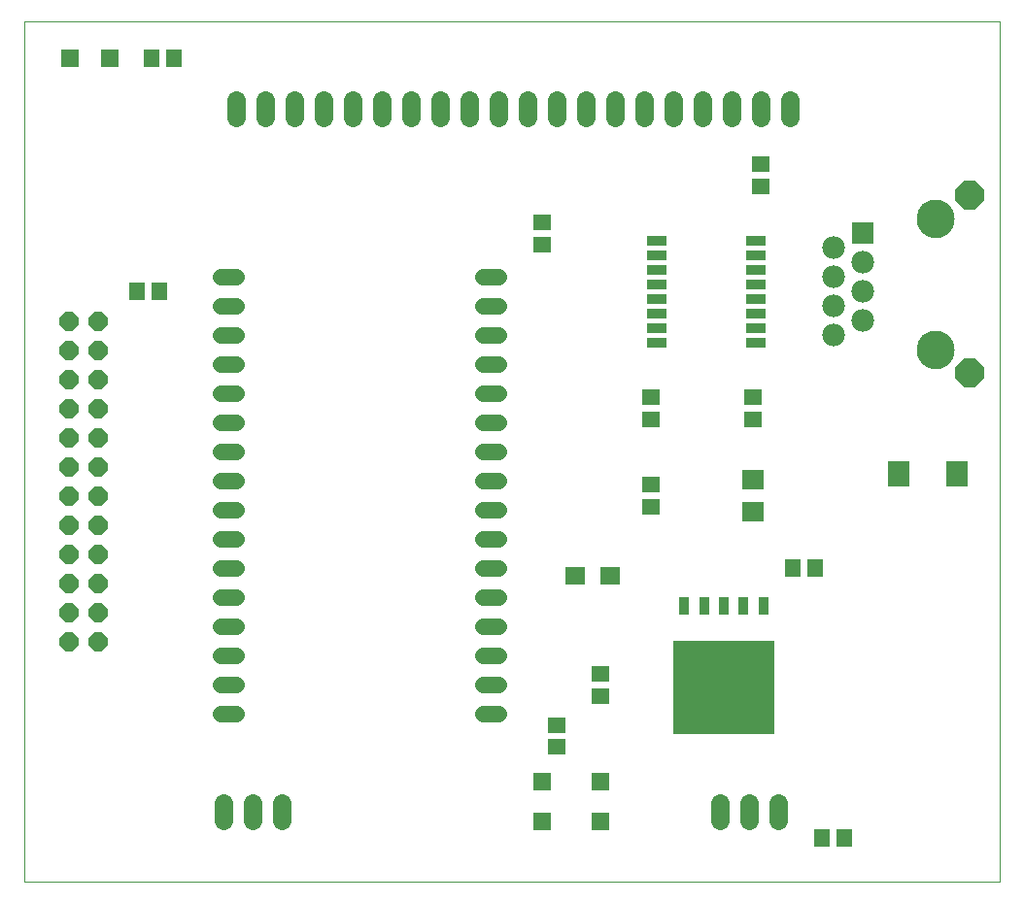
<source format=gts>
G75*
%MOIN*%
%OFA0B0*%
%FSLAX25Y25*%
%IPPOS*%
%LPD*%
%AMOC8*
5,1,8,0,0,1.08239X$1,22.5*
%
%ADD10C,0.00000*%
%ADD11OC8,0.06400*%
%ADD12C,0.06400*%
%ADD13R,0.07487X0.09061*%
%ADD14C,0.07800*%
%ADD15R,0.07800X0.07800*%
%ADD16C,0.12998*%
%ADD17OC8,0.09849*%
%ADD18R,0.06975X0.03392*%
%ADD19R,0.06306X0.05518*%
%ADD20R,0.07487X0.06699*%
%ADD21C,0.05550*%
%ADD22R,0.03353X0.06306*%
%ADD23R,0.35046X0.31896*%
%ADD24R,0.06699X0.05912*%
%ADD25R,0.05518X0.06306*%
%ADD26R,0.06306X0.06306*%
D10*
X0021800Y0006800D02*
X0021800Y0302076D01*
X0356446Y0302076D01*
X0356446Y0006800D01*
X0021800Y0006800D01*
X0328001Y0189300D02*
X0328003Y0189458D01*
X0328009Y0189616D01*
X0328019Y0189774D01*
X0328033Y0189932D01*
X0328051Y0190089D01*
X0328072Y0190246D01*
X0328098Y0190402D01*
X0328128Y0190558D01*
X0328161Y0190713D01*
X0328199Y0190866D01*
X0328240Y0191019D01*
X0328285Y0191171D01*
X0328334Y0191322D01*
X0328387Y0191471D01*
X0328443Y0191619D01*
X0328503Y0191765D01*
X0328567Y0191910D01*
X0328635Y0192053D01*
X0328706Y0192195D01*
X0328780Y0192335D01*
X0328858Y0192472D01*
X0328940Y0192608D01*
X0329024Y0192742D01*
X0329113Y0192873D01*
X0329204Y0193002D01*
X0329299Y0193129D01*
X0329396Y0193254D01*
X0329497Y0193376D01*
X0329601Y0193495D01*
X0329708Y0193612D01*
X0329818Y0193726D01*
X0329931Y0193837D01*
X0330046Y0193946D01*
X0330164Y0194051D01*
X0330285Y0194153D01*
X0330408Y0194253D01*
X0330534Y0194349D01*
X0330662Y0194442D01*
X0330792Y0194532D01*
X0330925Y0194618D01*
X0331060Y0194702D01*
X0331196Y0194781D01*
X0331335Y0194858D01*
X0331476Y0194930D01*
X0331618Y0195000D01*
X0331762Y0195065D01*
X0331908Y0195127D01*
X0332055Y0195185D01*
X0332204Y0195240D01*
X0332354Y0195291D01*
X0332505Y0195338D01*
X0332657Y0195381D01*
X0332810Y0195420D01*
X0332965Y0195456D01*
X0333120Y0195487D01*
X0333276Y0195515D01*
X0333432Y0195539D01*
X0333589Y0195559D01*
X0333747Y0195575D01*
X0333904Y0195587D01*
X0334063Y0195595D01*
X0334221Y0195599D01*
X0334379Y0195599D01*
X0334537Y0195595D01*
X0334696Y0195587D01*
X0334853Y0195575D01*
X0335011Y0195559D01*
X0335168Y0195539D01*
X0335324Y0195515D01*
X0335480Y0195487D01*
X0335635Y0195456D01*
X0335790Y0195420D01*
X0335943Y0195381D01*
X0336095Y0195338D01*
X0336246Y0195291D01*
X0336396Y0195240D01*
X0336545Y0195185D01*
X0336692Y0195127D01*
X0336838Y0195065D01*
X0336982Y0195000D01*
X0337124Y0194930D01*
X0337265Y0194858D01*
X0337404Y0194781D01*
X0337540Y0194702D01*
X0337675Y0194618D01*
X0337808Y0194532D01*
X0337938Y0194442D01*
X0338066Y0194349D01*
X0338192Y0194253D01*
X0338315Y0194153D01*
X0338436Y0194051D01*
X0338554Y0193946D01*
X0338669Y0193837D01*
X0338782Y0193726D01*
X0338892Y0193612D01*
X0338999Y0193495D01*
X0339103Y0193376D01*
X0339204Y0193254D01*
X0339301Y0193129D01*
X0339396Y0193002D01*
X0339487Y0192873D01*
X0339576Y0192742D01*
X0339660Y0192608D01*
X0339742Y0192472D01*
X0339820Y0192335D01*
X0339894Y0192195D01*
X0339965Y0192053D01*
X0340033Y0191910D01*
X0340097Y0191765D01*
X0340157Y0191619D01*
X0340213Y0191471D01*
X0340266Y0191322D01*
X0340315Y0191171D01*
X0340360Y0191019D01*
X0340401Y0190866D01*
X0340439Y0190713D01*
X0340472Y0190558D01*
X0340502Y0190402D01*
X0340528Y0190246D01*
X0340549Y0190089D01*
X0340567Y0189932D01*
X0340581Y0189774D01*
X0340591Y0189616D01*
X0340597Y0189458D01*
X0340599Y0189300D01*
X0340597Y0189142D01*
X0340591Y0188984D01*
X0340581Y0188826D01*
X0340567Y0188668D01*
X0340549Y0188511D01*
X0340528Y0188354D01*
X0340502Y0188198D01*
X0340472Y0188042D01*
X0340439Y0187887D01*
X0340401Y0187734D01*
X0340360Y0187581D01*
X0340315Y0187429D01*
X0340266Y0187278D01*
X0340213Y0187129D01*
X0340157Y0186981D01*
X0340097Y0186835D01*
X0340033Y0186690D01*
X0339965Y0186547D01*
X0339894Y0186405D01*
X0339820Y0186265D01*
X0339742Y0186128D01*
X0339660Y0185992D01*
X0339576Y0185858D01*
X0339487Y0185727D01*
X0339396Y0185598D01*
X0339301Y0185471D01*
X0339204Y0185346D01*
X0339103Y0185224D01*
X0338999Y0185105D01*
X0338892Y0184988D01*
X0338782Y0184874D01*
X0338669Y0184763D01*
X0338554Y0184654D01*
X0338436Y0184549D01*
X0338315Y0184447D01*
X0338192Y0184347D01*
X0338066Y0184251D01*
X0337938Y0184158D01*
X0337808Y0184068D01*
X0337675Y0183982D01*
X0337540Y0183898D01*
X0337404Y0183819D01*
X0337265Y0183742D01*
X0337124Y0183670D01*
X0336982Y0183600D01*
X0336838Y0183535D01*
X0336692Y0183473D01*
X0336545Y0183415D01*
X0336396Y0183360D01*
X0336246Y0183309D01*
X0336095Y0183262D01*
X0335943Y0183219D01*
X0335790Y0183180D01*
X0335635Y0183144D01*
X0335480Y0183113D01*
X0335324Y0183085D01*
X0335168Y0183061D01*
X0335011Y0183041D01*
X0334853Y0183025D01*
X0334696Y0183013D01*
X0334537Y0183005D01*
X0334379Y0183001D01*
X0334221Y0183001D01*
X0334063Y0183005D01*
X0333904Y0183013D01*
X0333747Y0183025D01*
X0333589Y0183041D01*
X0333432Y0183061D01*
X0333276Y0183085D01*
X0333120Y0183113D01*
X0332965Y0183144D01*
X0332810Y0183180D01*
X0332657Y0183219D01*
X0332505Y0183262D01*
X0332354Y0183309D01*
X0332204Y0183360D01*
X0332055Y0183415D01*
X0331908Y0183473D01*
X0331762Y0183535D01*
X0331618Y0183600D01*
X0331476Y0183670D01*
X0331335Y0183742D01*
X0331196Y0183819D01*
X0331060Y0183898D01*
X0330925Y0183982D01*
X0330792Y0184068D01*
X0330662Y0184158D01*
X0330534Y0184251D01*
X0330408Y0184347D01*
X0330285Y0184447D01*
X0330164Y0184549D01*
X0330046Y0184654D01*
X0329931Y0184763D01*
X0329818Y0184874D01*
X0329708Y0184988D01*
X0329601Y0185105D01*
X0329497Y0185224D01*
X0329396Y0185346D01*
X0329299Y0185471D01*
X0329204Y0185598D01*
X0329113Y0185727D01*
X0329024Y0185858D01*
X0328940Y0185992D01*
X0328858Y0186128D01*
X0328780Y0186265D01*
X0328706Y0186405D01*
X0328635Y0186547D01*
X0328567Y0186690D01*
X0328503Y0186835D01*
X0328443Y0186981D01*
X0328387Y0187129D01*
X0328334Y0187278D01*
X0328285Y0187429D01*
X0328240Y0187581D01*
X0328199Y0187734D01*
X0328161Y0187887D01*
X0328128Y0188042D01*
X0328098Y0188198D01*
X0328072Y0188354D01*
X0328051Y0188511D01*
X0328033Y0188668D01*
X0328019Y0188826D01*
X0328009Y0188984D01*
X0328003Y0189142D01*
X0328001Y0189300D01*
X0328001Y0234300D02*
X0328003Y0234458D01*
X0328009Y0234616D01*
X0328019Y0234774D01*
X0328033Y0234932D01*
X0328051Y0235089D01*
X0328072Y0235246D01*
X0328098Y0235402D01*
X0328128Y0235558D01*
X0328161Y0235713D01*
X0328199Y0235866D01*
X0328240Y0236019D01*
X0328285Y0236171D01*
X0328334Y0236322D01*
X0328387Y0236471D01*
X0328443Y0236619D01*
X0328503Y0236765D01*
X0328567Y0236910D01*
X0328635Y0237053D01*
X0328706Y0237195D01*
X0328780Y0237335D01*
X0328858Y0237472D01*
X0328940Y0237608D01*
X0329024Y0237742D01*
X0329113Y0237873D01*
X0329204Y0238002D01*
X0329299Y0238129D01*
X0329396Y0238254D01*
X0329497Y0238376D01*
X0329601Y0238495D01*
X0329708Y0238612D01*
X0329818Y0238726D01*
X0329931Y0238837D01*
X0330046Y0238946D01*
X0330164Y0239051D01*
X0330285Y0239153D01*
X0330408Y0239253D01*
X0330534Y0239349D01*
X0330662Y0239442D01*
X0330792Y0239532D01*
X0330925Y0239618D01*
X0331060Y0239702D01*
X0331196Y0239781D01*
X0331335Y0239858D01*
X0331476Y0239930D01*
X0331618Y0240000D01*
X0331762Y0240065D01*
X0331908Y0240127D01*
X0332055Y0240185D01*
X0332204Y0240240D01*
X0332354Y0240291D01*
X0332505Y0240338D01*
X0332657Y0240381D01*
X0332810Y0240420D01*
X0332965Y0240456D01*
X0333120Y0240487D01*
X0333276Y0240515D01*
X0333432Y0240539D01*
X0333589Y0240559D01*
X0333747Y0240575D01*
X0333904Y0240587D01*
X0334063Y0240595D01*
X0334221Y0240599D01*
X0334379Y0240599D01*
X0334537Y0240595D01*
X0334696Y0240587D01*
X0334853Y0240575D01*
X0335011Y0240559D01*
X0335168Y0240539D01*
X0335324Y0240515D01*
X0335480Y0240487D01*
X0335635Y0240456D01*
X0335790Y0240420D01*
X0335943Y0240381D01*
X0336095Y0240338D01*
X0336246Y0240291D01*
X0336396Y0240240D01*
X0336545Y0240185D01*
X0336692Y0240127D01*
X0336838Y0240065D01*
X0336982Y0240000D01*
X0337124Y0239930D01*
X0337265Y0239858D01*
X0337404Y0239781D01*
X0337540Y0239702D01*
X0337675Y0239618D01*
X0337808Y0239532D01*
X0337938Y0239442D01*
X0338066Y0239349D01*
X0338192Y0239253D01*
X0338315Y0239153D01*
X0338436Y0239051D01*
X0338554Y0238946D01*
X0338669Y0238837D01*
X0338782Y0238726D01*
X0338892Y0238612D01*
X0338999Y0238495D01*
X0339103Y0238376D01*
X0339204Y0238254D01*
X0339301Y0238129D01*
X0339396Y0238002D01*
X0339487Y0237873D01*
X0339576Y0237742D01*
X0339660Y0237608D01*
X0339742Y0237472D01*
X0339820Y0237335D01*
X0339894Y0237195D01*
X0339965Y0237053D01*
X0340033Y0236910D01*
X0340097Y0236765D01*
X0340157Y0236619D01*
X0340213Y0236471D01*
X0340266Y0236322D01*
X0340315Y0236171D01*
X0340360Y0236019D01*
X0340401Y0235866D01*
X0340439Y0235713D01*
X0340472Y0235558D01*
X0340502Y0235402D01*
X0340528Y0235246D01*
X0340549Y0235089D01*
X0340567Y0234932D01*
X0340581Y0234774D01*
X0340591Y0234616D01*
X0340597Y0234458D01*
X0340599Y0234300D01*
X0340597Y0234142D01*
X0340591Y0233984D01*
X0340581Y0233826D01*
X0340567Y0233668D01*
X0340549Y0233511D01*
X0340528Y0233354D01*
X0340502Y0233198D01*
X0340472Y0233042D01*
X0340439Y0232887D01*
X0340401Y0232734D01*
X0340360Y0232581D01*
X0340315Y0232429D01*
X0340266Y0232278D01*
X0340213Y0232129D01*
X0340157Y0231981D01*
X0340097Y0231835D01*
X0340033Y0231690D01*
X0339965Y0231547D01*
X0339894Y0231405D01*
X0339820Y0231265D01*
X0339742Y0231128D01*
X0339660Y0230992D01*
X0339576Y0230858D01*
X0339487Y0230727D01*
X0339396Y0230598D01*
X0339301Y0230471D01*
X0339204Y0230346D01*
X0339103Y0230224D01*
X0338999Y0230105D01*
X0338892Y0229988D01*
X0338782Y0229874D01*
X0338669Y0229763D01*
X0338554Y0229654D01*
X0338436Y0229549D01*
X0338315Y0229447D01*
X0338192Y0229347D01*
X0338066Y0229251D01*
X0337938Y0229158D01*
X0337808Y0229068D01*
X0337675Y0228982D01*
X0337540Y0228898D01*
X0337404Y0228819D01*
X0337265Y0228742D01*
X0337124Y0228670D01*
X0336982Y0228600D01*
X0336838Y0228535D01*
X0336692Y0228473D01*
X0336545Y0228415D01*
X0336396Y0228360D01*
X0336246Y0228309D01*
X0336095Y0228262D01*
X0335943Y0228219D01*
X0335790Y0228180D01*
X0335635Y0228144D01*
X0335480Y0228113D01*
X0335324Y0228085D01*
X0335168Y0228061D01*
X0335011Y0228041D01*
X0334853Y0228025D01*
X0334696Y0228013D01*
X0334537Y0228005D01*
X0334379Y0228001D01*
X0334221Y0228001D01*
X0334063Y0228005D01*
X0333904Y0228013D01*
X0333747Y0228025D01*
X0333589Y0228041D01*
X0333432Y0228061D01*
X0333276Y0228085D01*
X0333120Y0228113D01*
X0332965Y0228144D01*
X0332810Y0228180D01*
X0332657Y0228219D01*
X0332505Y0228262D01*
X0332354Y0228309D01*
X0332204Y0228360D01*
X0332055Y0228415D01*
X0331908Y0228473D01*
X0331762Y0228535D01*
X0331618Y0228600D01*
X0331476Y0228670D01*
X0331335Y0228742D01*
X0331196Y0228819D01*
X0331060Y0228898D01*
X0330925Y0228982D01*
X0330792Y0229068D01*
X0330662Y0229158D01*
X0330534Y0229251D01*
X0330408Y0229347D01*
X0330285Y0229447D01*
X0330164Y0229549D01*
X0330046Y0229654D01*
X0329931Y0229763D01*
X0329818Y0229874D01*
X0329708Y0229988D01*
X0329601Y0230105D01*
X0329497Y0230224D01*
X0329396Y0230346D01*
X0329299Y0230471D01*
X0329204Y0230598D01*
X0329113Y0230727D01*
X0329024Y0230858D01*
X0328940Y0230992D01*
X0328858Y0231128D01*
X0328780Y0231265D01*
X0328706Y0231405D01*
X0328635Y0231547D01*
X0328567Y0231690D01*
X0328503Y0231835D01*
X0328443Y0231981D01*
X0328387Y0232129D01*
X0328334Y0232278D01*
X0328285Y0232429D01*
X0328240Y0232581D01*
X0328199Y0232734D01*
X0328161Y0232887D01*
X0328128Y0233042D01*
X0328098Y0233198D01*
X0328072Y0233354D01*
X0328051Y0233511D01*
X0328033Y0233668D01*
X0328019Y0233826D01*
X0328009Y0233984D01*
X0328003Y0234142D01*
X0328001Y0234300D01*
D11*
X0047115Y0199162D03*
X0047115Y0189162D03*
X0047115Y0179162D03*
X0037115Y0179162D03*
X0037115Y0189162D03*
X0037115Y0199162D03*
X0037115Y0169162D03*
X0037115Y0159162D03*
X0037115Y0149162D03*
X0037115Y0139162D03*
X0047115Y0139162D03*
X0047115Y0149162D03*
X0047115Y0159162D03*
X0047115Y0169162D03*
X0047115Y0129162D03*
X0047115Y0119162D03*
X0047115Y0109162D03*
X0047115Y0099162D03*
X0037115Y0099162D03*
X0037115Y0109162D03*
X0037115Y0119162D03*
X0037115Y0129162D03*
X0037115Y0089162D03*
X0047115Y0089162D03*
D12*
X0090225Y0033776D02*
X0090225Y0027776D01*
X0100225Y0027776D02*
X0100225Y0033776D01*
X0110225Y0033776D02*
X0110225Y0027776D01*
X0260304Y0027776D02*
X0260304Y0033776D01*
X0270304Y0033776D02*
X0270304Y0027776D01*
X0280304Y0027776D02*
X0280304Y0033776D01*
X0284477Y0269115D02*
X0284477Y0275115D01*
X0274477Y0275115D02*
X0274477Y0269115D01*
X0264477Y0269115D02*
X0264477Y0275115D01*
X0254477Y0275115D02*
X0254477Y0269115D01*
X0244477Y0269115D02*
X0244477Y0275115D01*
X0234477Y0275115D02*
X0234477Y0269115D01*
X0224477Y0269115D02*
X0224477Y0275115D01*
X0214477Y0275115D02*
X0214477Y0269115D01*
X0204477Y0269115D02*
X0204477Y0275115D01*
X0194477Y0275115D02*
X0194477Y0269115D01*
X0184477Y0269115D02*
X0184477Y0275115D01*
X0174477Y0275115D02*
X0174477Y0269115D01*
X0164477Y0269115D02*
X0164477Y0275115D01*
X0154477Y0275115D02*
X0154477Y0269115D01*
X0144477Y0269115D02*
X0144477Y0275115D01*
X0134477Y0275115D02*
X0134477Y0269115D01*
X0124477Y0269115D02*
X0124477Y0275115D01*
X0114477Y0275115D02*
X0114477Y0269115D01*
X0104477Y0269115D02*
X0104477Y0275115D01*
X0094477Y0275115D02*
X0094477Y0269115D01*
D13*
X0321761Y0146800D03*
X0341839Y0146800D03*
D14*
X0299300Y0194300D03*
X0309300Y0199300D03*
X0309300Y0209300D03*
X0299300Y0204300D03*
X0299300Y0214300D03*
X0299300Y0224300D03*
X0309300Y0219300D03*
D15*
X0309300Y0229300D03*
D16*
X0334300Y0234300D03*
X0334300Y0189300D03*
D17*
X0346111Y0181288D03*
X0346111Y0242312D03*
D18*
X0272784Y0226820D03*
X0272784Y0221820D03*
X0272784Y0216820D03*
X0272784Y0211820D03*
X0272784Y0206820D03*
X0272784Y0201820D03*
X0272784Y0196820D03*
X0272784Y0191820D03*
X0238769Y0191820D03*
X0238769Y0196820D03*
X0238769Y0201820D03*
X0238769Y0206820D03*
X0238769Y0211820D03*
X0238769Y0216820D03*
X0238769Y0221820D03*
X0238769Y0226820D03*
D19*
X0274300Y0245560D03*
X0274300Y0253040D03*
X0199300Y0233040D03*
X0199300Y0225560D03*
X0236800Y0173040D03*
X0236800Y0165560D03*
X0236800Y0143040D03*
X0236800Y0135560D03*
X0271800Y0165560D03*
X0271800Y0173040D03*
X0219300Y0078040D03*
X0219300Y0070560D03*
X0204300Y0060540D03*
X0204300Y0053060D03*
D20*
X0271800Y0133788D03*
X0271800Y0144812D03*
D21*
X0184375Y0144300D02*
X0179225Y0144300D01*
X0179225Y0134300D02*
X0184375Y0134300D01*
X0184375Y0124300D02*
X0179225Y0124300D01*
X0179225Y0114300D02*
X0184375Y0114300D01*
X0184375Y0104300D02*
X0179225Y0104300D01*
X0179225Y0094300D02*
X0184375Y0094300D01*
X0184375Y0084300D02*
X0179225Y0084300D01*
X0179225Y0074300D02*
X0184375Y0074300D01*
X0184375Y0064300D02*
X0179225Y0064300D01*
X0094375Y0064300D02*
X0089225Y0064300D01*
X0089225Y0074300D02*
X0094375Y0074300D01*
X0094375Y0084300D02*
X0089225Y0084300D01*
X0089225Y0094300D02*
X0094375Y0094300D01*
X0094375Y0104300D02*
X0089225Y0104300D01*
X0089225Y0114300D02*
X0094375Y0114300D01*
X0094375Y0124300D02*
X0089225Y0124300D01*
X0089225Y0134300D02*
X0094375Y0134300D01*
X0094375Y0144300D02*
X0089225Y0144300D01*
X0089225Y0154300D02*
X0094375Y0154300D01*
X0094375Y0164300D02*
X0089225Y0164300D01*
X0089225Y0174300D02*
X0094375Y0174300D01*
X0094375Y0184300D02*
X0089225Y0184300D01*
X0089225Y0194300D02*
X0094375Y0194300D01*
X0094375Y0204300D02*
X0089225Y0204300D01*
X0089225Y0214300D02*
X0094375Y0214300D01*
X0179225Y0214300D02*
X0184375Y0214300D01*
X0184375Y0204300D02*
X0179225Y0204300D01*
X0179225Y0194300D02*
X0184375Y0194300D01*
X0184375Y0184300D02*
X0179225Y0184300D01*
X0179225Y0174300D02*
X0184375Y0174300D01*
X0184375Y0164300D02*
X0179225Y0164300D01*
X0179225Y0154300D02*
X0184375Y0154300D01*
D22*
X0248257Y0101524D03*
X0255028Y0101524D03*
X0261800Y0101524D03*
X0268572Y0101524D03*
X0275343Y0101524D03*
D23*
X0261800Y0073335D03*
D24*
X0222706Y0111800D03*
X0210894Y0111800D03*
D25*
X0285560Y0114300D03*
X0293040Y0114300D03*
X0295560Y0021800D03*
X0303040Y0021800D03*
X0068040Y0209300D03*
X0060560Y0209300D03*
X0065560Y0289300D03*
X0073040Y0289300D03*
D26*
X0051190Y0289300D03*
X0037410Y0289300D03*
X0199300Y0041190D03*
X0199300Y0027410D03*
X0219300Y0027410D03*
X0219300Y0041190D03*
M02*

</source>
